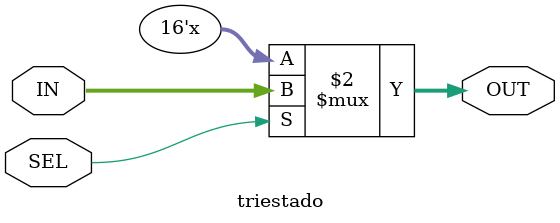
<source format=v>
`timescale 1ns / 1ps

module triestado(
    input [15:0] IN,
    input SEL,
    output [15:0] OUT
);
    // Lógica sintetizable
    assign OUT = (SEL == 1'b1) ? IN : 16'bz;
    
endmodule
</source>
